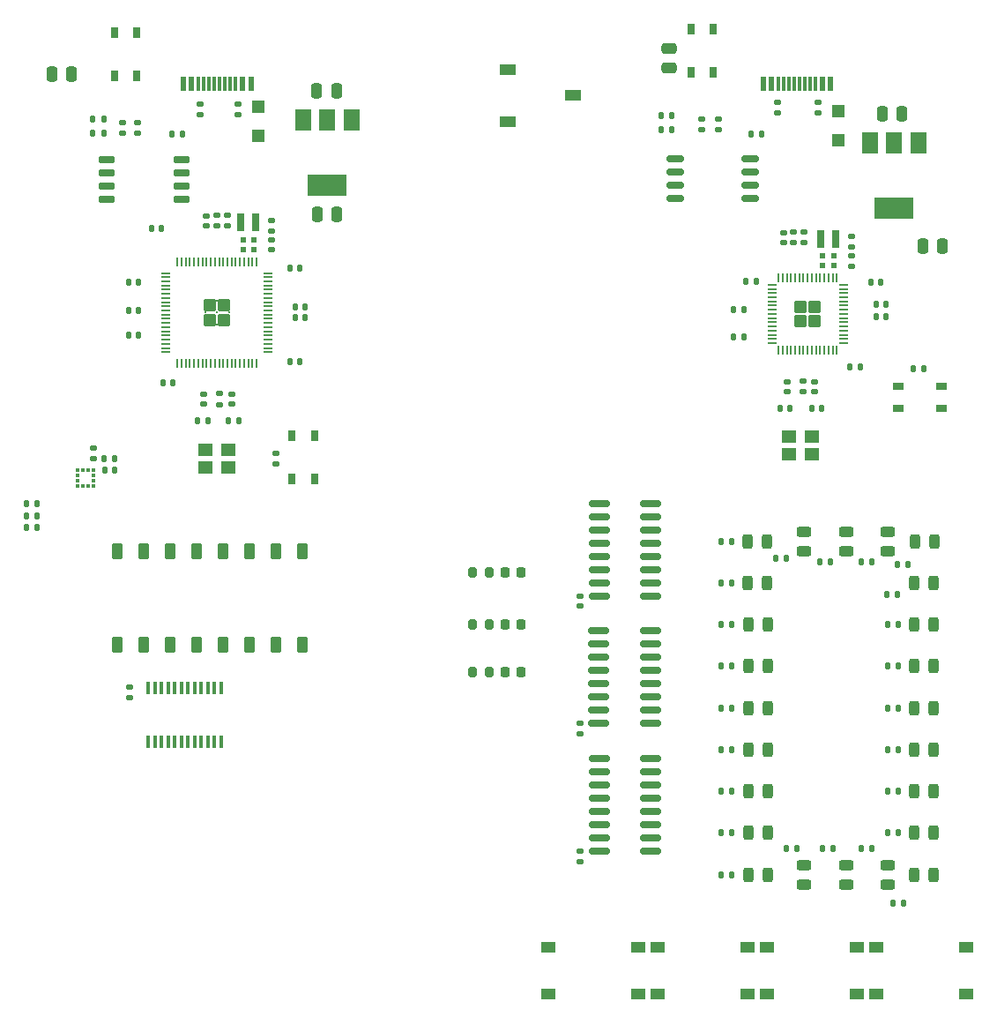
<source format=gbr>
G04 #@! TF.GenerationSoftware,KiCad,Pcbnew,9.0.0*
G04 #@! TF.CreationDate,2025-05-15T13:31:30+02:00*
G04 #@! TF.ProjectId,RP2350_80QFN_minimal,52503233-3530-45f3-9830-51464e5f6d69,rev?*
G04 #@! TF.SameCoordinates,Original*
G04 #@! TF.FileFunction,Paste,Top*
G04 #@! TF.FilePolarity,Positive*
%FSLAX46Y46*%
G04 Gerber Fmt 4.6, Leading zero omitted, Abs format (unit mm)*
G04 Created by KiCad (PCBNEW 9.0.0) date 2025-05-15 13:31:30*
%MOMM*%
%LPD*%
G01*
G04 APERTURE LIST*
G04 Aperture macros list*
%AMRoundRect*
0 Rectangle with rounded corners*
0 $1 Rounding radius*
0 $2 $3 $4 $5 $6 $7 $8 $9 X,Y pos of 4 corners*
0 Add a 4 corners polygon primitive as box body*
4,1,4,$2,$3,$4,$5,$6,$7,$8,$9,$2,$3,0*
0 Add four circle primitives for the rounded corners*
1,1,$1+$1,$2,$3*
1,1,$1+$1,$4,$5*
1,1,$1+$1,$6,$7*
1,1,$1+$1,$8,$9*
0 Add four rect primitives between the rounded corners*
20,1,$1+$1,$2,$3,$4,$5,0*
20,1,$1+$1,$4,$5,$6,$7,0*
20,1,$1+$1,$6,$7,$8,$9,0*
20,1,$1+$1,$8,$9,$2,$3,0*%
%AMFreePoly0*
4,1,18,-0.437500,0.050000,-0.433694,0.069134,-0.422855,0.085355,-0.406634,0.096194,-0.387500,0.100000,0.387500,0.100000,0.437500,0.050000,0.437500,-0.050000,0.433694,-0.069134,0.422855,-0.085355,0.406634,-0.096194,0.387500,-0.100000,-0.387500,-0.100000,-0.406634,-0.096194,-0.422855,-0.085355,-0.433694,-0.069134,-0.437500,-0.050000,-0.437500,0.050000,-0.437500,0.050000,$1*%
%AMFreePoly1*
4,1,18,-0.437500,0.050000,-0.433694,0.069134,-0.422855,0.085355,-0.406634,0.096194,-0.387500,0.100000,0.387500,0.100000,0.406634,0.096194,0.422855,0.085355,0.433694,0.069134,0.437500,0.050000,0.437500,-0.050000,0.387500,-0.100000,-0.387500,-0.100000,-0.406634,-0.096194,-0.422855,-0.085355,-0.433694,-0.069134,-0.437500,-0.050000,-0.437500,0.050000,-0.437500,0.050000,$1*%
%AMFreePoly2*
4,1,18,-0.100000,0.387500,-0.050000,0.437500,0.050000,0.437500,0.069134,0.433694,0.085355,0.422855,0.096194,0.406634,0.100000,0.387500,0.100000,-0.387500,0.096194,-0.406634,0.085355,-0.422855,0.069134,-0.433694,0.050000,-0.437500,-0.050000,-0.437500,-0.069134,-0.433694,-0.085355,-0.422855,-0.096194,-0.406634,-0.100000,-0.387500,-0.100000,0.387500,-0.100000,0.387500,$1*%
%AMFreePoly3*
4,1,18,-0.100000,0.387500,-0.096194,0.406634,-0.085355,0.422855,-0.069134,0.433694,-0.050000,0.437500,0.050000,0.437500,0.100000,0.387500,0.100000,-0.387500,0.096194,-0.406634,0.085355,-0.422855,0.069134,-0.433694,0.050000,-0.437500,-0.050000,-0.437500,-0.069134,-0.433694,-0.085355,-0.422855,-0.096194,-0.406634,-0.100000,-0.387500,-0.100000,0.387500,-0.100000,0.387500,$1*%
%AMFreePoly4*
4,1,18,-0.437500,0.050000,-0.433694,0.069134,-0.422855,0.085355,-0.406634,0.096194,-0.387500,0.100000,0.387500,0.100000,0.406634,0.096194,0.422855,0.085355,0.433694,0.069134,0.437500,0.050000,0.437500,-0.050000,0.433694,-0.069134,0.422855,-0.085355,0.406634,-0.096194,0.387500,-0.100000,-0.387500,-0.100000,-0.437500,-0.050000,-0.437500,0.050000,-0.437500,0.050000,$1*%
%AMFreePoly5*
4,1,18,-0.437500,0.050000,-0.387500,0.100000,0.387500,0.100000,0.406634,0.096194,0.422855,0.085355,0.433694,0.069134,0.437500,0.050000,0.437500,-0.050000,0.433694,-0.069134,0.422855,-0.085355,0.406634,-0.096194,0.387500,-0.100000,-0.387500,-0.100000,-0.406634,-0.096194,-0.422855,-0.085355,-0.433694,-0.069134,-0.437500,-0.050000,-0.437500,0.050000,-0.437500,0.050000,$1*%
%AMFreePoly6*
4,1,18,-0.100000,0.387500,-0.096194,0.406634,-0.085355,0.422855,-0.069134,0.433694,-0.050000,0.437500,0.050000,0.437500,0.069134,0.433694,0.085355,0.422855,0.096194,0.406634,0.100000,0.387500,0.100000,-0.387500,0.050000,-0.437500,-0.050000,-0.437500,-0.069134,-0.433694,-0.085355,-0.422855,-0.096194,-0.406634,-0.100000,-0.387500,-0.100000,0.387500,-0.100000,0.387500,$1*%
%AMFreePoly7*
4,1,18,-0.100000,0.387500,-0.096194,0.406634,-0.085355,0.422855,-0.069134,0.433694,-0.050000,0.437500,0.050000,0.437500,0.069134,0.433694,0.085355,0.422855,0.096194,0.406634,0.100000,0.387500,0.100000,-0.387500,0.096194,-0.406634,0.085355,-0.422855,0.069134,-0.433694,0.050000,-0.437500,-0.050000,-0.437500,-0.100000,-0.387500,-0.100000,0.387500,-0.100000,0.387500,$1*%
G04 Aperture macros list end*
%ADD10RoundRect,0.140000X-0.170000X0.140000X-0.170000X-0.140000X0.170000X-0.140000X0.170000X0.140000X0*%
%ADD11RoundRect,0.250000X-0.250000X-0.475000X0.250000X-0.475000X0.250000X0.475000X-0.250000X0.475000X0*%
%ADD12RoundRect,0.140000X0.140000X0.170000X-0.140000X0.170000X-0.140000X-0.170000X0.140000X-0.170000X0*%
%ADD13RoundRect,0.135000X-0.185000X0.135000X-0.185000X-0.135000X0.185000X-0.135000X0.185000X0.135000X0*%
%ADD14R,1.500000X2.000000*%
%ADD15R,3.800000X2.000000*%
%ADD16RoundRect,0.150000X-0.650000X-0.150000X0.650000X-0.150000X0.650000X0.150000X-0.650000X0.150000X0*%
%ADD17RoundRect,0.140000X-0.140000X-0.170000X0.140000X-0.170000X0.140000X0.170000X-0.140000X0.170000X0*%
%ADD18RoundRect,0.140000X0.170000X-0.140000X0.170000X0.140000X-0.170000X0.140000X-0.170000X-0.140000X0*%
%ADD19R,1.400000X1.200000*%
%ADD20RoundRect,0.243750X0.243750X0.456250X-0.243750X0.456250X-0.243750X-0.456250X0.243750X-0.456250X0*%
%ADD21RoundRect,0.135000X0.185000X-0.135000X0.185000X0.135000X-0.185000X0.135000X-0.185000X-0.135000X0*%
%ADD22RoundRect,0.150000X0.825000X0.150000X-0.825000X0.150000X-0.825000X-0.150000X0.825000X-0.150000X0*%
%ADD23RoundRect,0.243750X0.456250X-0.243750X0.456250X0.243750X-0.456250X0.243750X-0.456250X-0.243750X0*%
%ADD24RoundRect,0.250000X0.300000X-0.500000X0.300000X0.500000X-0.300000X0.500000X-0.300000X-0.500000X0*%
%ADD25RoundRect,0.200000X0.200000X0.275000X-0.200000X0.275000X-0.200000X-0.275000X0.200000X-0.275000X0*%
%ADD26R,1.400000X1.000000*%
%ADD27RoundRect,0.135000X0.135000X0.185000X-0.135000X0.185000X-0.135000X-0.185000X0.135000X-0.185000X0*%
%ADD28R,0.470000X0.530000*%
%ADD29R,0.650000X1.050000*%
%ADD30RoundRect,0.135000X-0.135000X-0.185000X0.135000X-0.185000X0.135000X0.185000X-0.135000X0.185000X0*%
%ADD31R,0.700000X1.700000*%
%ADD32RoundRect,0.243750X-0.456250X0.243750X-0.456250X-0.243750X0.456250X-0.243750X0.456250X0.243750X0*%
%ADD33RoundRect,0.218750X0.218750X0.256250X-0.218750X0.256250X-0.218750X-0.256250X0.218750X-0.256250X0*%
%ADD34R,1.050000X0.650000*%
%ADD35RoundRect,0.250000X-0.350000X-0.350000X0.350000X-0.350000X0.350000X0.350000X-0.350000X0.350000X0*%
%ADD36FreePoly0,0.000000*%
%ADD37RoundRect,0.050000X-0.387500X-0.050000X0.387500X-0.050000X0.387500X0.050000X-0.387500X0.050000X0*%
%ADD38FreePoly1,0.000000*%
%ADD39FreePoly2,0.000000*%
%ADD40RoundRect,0.050000X-0.050000X-0.387500X0.050000X-0.387500X0.050000X0.387500X-0.050000X0.387500X0*%
%ADD41FreePoly3,0.000000*%
%ADD42FreePoly4,0.000000*%
%ADD43FreePoly5,0.000000*%
%ADD44FreePoly6,0.000000*%
%ADD45FreePoly7,0.000000*%
%ADD46R,1.200000X1.200000*%
%ADD47R,0.600000X1.450000*%
%ADD48R,0.300000X1.450000*%
%ADD49R,1.500000X1.000000*%
%ADD50R,0.400000X0.350000*%
%ADD51R,0.350000X0.400000*%
%ADD52R,0.400000X1.200000*%
%ADD53RoundRect,0.055000X0.335000X-0.055000X0.335000X0.055000X-0.335000X0.055000X-0.335000X-0.055000X0*%
%ADD54RoundRect,0.055000X-0.055000X-0.335000X0.055000X-0.335000X0.055000X0.335000X-0.055000X0.335000X0*%
%ADD55R,0.133333X0.133333*%
%ADD56RoundRect,0.162500X-0.650000X-0.162500X0.650000X-0.162500X0.650000X0.162500X-0.650000X0.162500X0*%
%ADD57RoundRect,0.250000X-0.475000X0.250000X-0.475000X-0.250000X0.475000X-0.250000X0.475000X0.250000X0*%
G04 APERTURE END LIST*
D10*
X79450000Y-111040000D03*
X79450000Y-112000000D03*
D11*
X97450000Y-65650000D03*
X99350000Y-65650000D03*
D12*
X80330000Y-77250000D03*
X79370000Y-77250000D03*
X84515000Y-57880000D03*
X83555000Y-57880000D03*
D13*
X80250000Y-56840000D03*
X80250000Y-57860000D03*
D14*
X100750000Y-56550000D03*
X98450000Y-56550000D03*
D15*
X98450000Y-62850000D03*
D14*
X96150000Y-56550000D03*
D16*
X77250000Y-60345000D03*
X77250000Y-61615000D03*
X77250000Y-62885000D03*
X77250000Y-64155000D03*
X84450000Y-64155000D03*
X84450000Y-62885000D03*
X84450000Y-61615000D03*
X84450000Y-60345000D03*
D17*
X88965000Y-85470000D03*
X89925000Y-85470000D03*
D18*
X86850000Y-66730000D03*
X86850000Y-65770000D03*
D17*
X95375000Y-75550000D03*
X96335000Y-75550000D03*
X94870000Y-79750000D03*
X95830000Y-79750000D03*
D13*
X87850000Y-65740000D03*
X87850000Y-66760000D03*
D11*
X97437500Y-53800000D03*
X99337500Y-53800000D03*
D12*
X80330000Y-72150000D03*
X79370000Y-72150000D03*
X86955000Y-85470000D03*
X85995000Y-85470000D03*
D13*
X88850000Y-65740000D03*
X88850000Y-66760000D03*
D17*
X94870000Y-70750000D03*
X95830000Y-70750000D03*
D13*
X88050000Y-82845000D03*
X88050000Y-83865000D03*
D19*
X86750000Y-89900000D03*
X88950000Y-89900000D03*
X88950000Y-88200000D03*
X86750000Y-88200000D03*
D11*
X72000000Y-52150000D03*
X73900000Y-52150000D03*
D20*
X140750000Y-105000000D03*
X138875000Y-105000000D03*
D21*
X141650000Y-55870000D03*
X141650000Y-54850000D03*
D13*
X93050000Y-66190000D03*
X93050000Y-67210000D03*
D22*
X129500000Y-102270000D03*
X129500000Y-101000000D03*
X129500000Y-99730000D03*
X129500000Y-98460000D03*
X129500000Y-97190000D03*
X129500000Y-95920000D03*
X129500000Y-94650000D03*
X129500000Y-93380000D03*
X124550000Y-93380000D03*
X124550000Y-94650000D03*
X124550000Y-95920000D03*
X124550000Y-97190000D03*
X124550000Y-98460000D03*
X124550000Y-99730000D03*
X124550000Y-101000000D03*
X124550000Y-102270000D03*
D10*
X122750000Y-114500000D03*
X122750000Y-115460000D03*
D12*
X138430000Y-74750000D03*
X137470000Y-74750000D03*
D18*
X75950000Y-89045000D03*
X75950000Y-88085000D03*
D23*
X152250000Y-130000000D03*
X152250000Y-128125000D03*
D10*
X122750000Y-102290000D03*
X122750000Y-103250000D03*
X145250000Y-81680000D03*
X145250000Y-82640000D03*
D13*
X134430000Y-56440000D03*
X134430000Y-57460000D03*
X93525000Y-88540000D03*
X93525000Y-89560000D03*
D17*
X144970000Y-84250000D03*
X145930000Y-84250000D03*
D24*
X78300000Y-106900000D03*
X80840000Y-106900000D03*
X83380000Y-106900000D03*
X85920000Y-106900000D03*
X88460000Y-106900000D03*
X91000000Y-106900000D03*
X93540000Y-106900000D03*
X96080000Y-106900000D03*
X96080000Y-98000000D03*
X93540000Y-98000000D03*
X91000000Y-98000000D03*
X88460000Y-98000000D03*
X85920000Y-98000000D03*
X83380000Y-98000000D03*
X80840000Y-98000000D03*
X78300000Y-98000000D03*
D25*
X114025000Y-100025000D03*
X112375000Y-100025000D03*
D13*
X144150000Y-81650000D03*
X144150000Y-82670000D03*
D25*
X114025000Y-105025000D03*
X112375000Y-105025000D03*
D26*
X140700000Y-136000000D03*
X149300000Y-136000000D03*
X140700000Y-140500000D03*
X149300000Y-140500000D03*
D21*
X145550000Y-55860000D03*
X145550000Y-54840000D03*
D27*
X153270000Y-117000000D03*
X152250000Y-117000000D03*
D20*
X140750000Y-125000000D03*
X138875000Y-125000000D03*
X140687500Y-101000000D03*
X138812500Y-101000000D03*
D27*
X153270000Y-113000000D03*
X152250000Y-113000000D03*
D20*
X140750000Y-113000000D03*
X138875000Y-113000000D03*
D26*
X151200000Y-136000000D03*
X159800000Y-136000000D03*
X151200000Y-140500000D03*
X159800000Y-140500000D03*
D20*
X140750000Y-117000000D03*
X138875000Y-117000000D03*
D27*
X147010000Y-126500000D03*
X145990000Y-126500000D03*
D22*
X129500000Y-126770000D03*
X129500000Y-125500000D03*
X129500000Y-124230000D03*
X129500000Y-122960000D03*
X129500000Y-121690000D03*
X129500000Y-120420000D03*
X129500000Y-119150000D03*
X129500000Y-117880000D03*
X124550000Y-117880000D03*
X124550000Y-119150000D03*
X124550000Y-120420000D03*
X124550000Y-121690000D03*
X124550000Y-122960000D03*
X124550000Y-124230000D03*
X124550000Y-125500000D03*
X124550000Y-126770000D03*
D10*
X93050000Y-68070000D03*
X93050000Y-69030000D03*
D28*
X90335000Y-68050000D03*
X91365000Y-68050000D03*
D27*
X137260000Y-97000000D03*
X136240000Y-97000000D03*
D12*
X138430000Y-77350000D03*
X137470000Y-77350000D03*
D27*
X137322500Y-125000000D03*
X136302500Y-125000000D03*
X137322500Y-113000000D03*
X136302500Y-113000000D03*
D20*
X156687500Y-113000000D03*
X154812500Y-113000000D03*
D27*
X137260000Y-101000000D03*
X136240000Y-101000000D03*
D12*
X82530000Y-66950000D03*
X81570000Y-66950000D03*
D27*
X155747500Y-80400000D03*
X154727500Y-80400000D03*
D20*
X156687500Y-117000000D03*
X154812500Y-117000000D03*
D12*
X140130000Y-57950000D03*
X139170000Y-57950000D03*
D29*
X80125000Y-48175000D03*
X80125000Y-52325000D03*
X77975000Y-48175000D03*
X77975000Y-52300000D03*
D20*
X156687500Y-109000000D03*
X154812500Y-109000000D03*
D21*
X89850000Y-56060000D03*
X89850000Y-55040000D03*
D17*
X151170000Y-74250000D03*
X152130000Y-74250000D03*
D11*
X151750000Y-56000000D03*
X153650000Y-56000000D03*
D22*
X129475000Y-114445000D03*
X129475000Y-113175000D03*
X129475000Y-111905000D03*
X129475000Y-110635000D03*
X129475000Y-109365000D03*
X129475000Y-108095000D03*
X129475000Y-106825000D03*
X129475000Y-105555000D03*
X124525000Y-105555000D03*
X124525000Y-106825000D03*
X124525000Y-108095000D03*
X124525000Y-109365000D03*
X124525000Y-110635000D03*
X124525000Y-111905000D03*
X124525000Y-113175000D03*
X124525000Y-114445000D03*
D17*
X77020000Y-89065000D03*
X77980000Y-89065000D03*
D30*
X69580000Y-94550000D03*
X70600000Y-94550000D03*
D13*
X78750000Y-56840000D03*
X78750000Y-57860000D03*
D31*
X145850000Y-67950000D03*
X147250000Y-67950000D03*
D28*
X90335000Y-69000000D03*
X91365000Y-69000000D03*
D18*
X142250000Y-68330000D03*
X142250000Y-67370000D03*
D23*
X148250000Y-130000000D03*
X148250000Y-128125000D03*
D32*
X148250000Y-96062500D03*
X148250000Y-97937500D03*
D17*
X150670000Y-72150000D03*
X151630000Y-72150000D03*
D27*
X137322500Y-109000000D03*
X136302500Y-109000000D03*
D20*
X156687500Y-125000000D03*
X154812500Y-125000000D03*
D30*
X75940000Y-57850000D03*
X76960000Y-57850000D03*
D12*
X139630000Y-72050000D03*
X138670000Y-72050000D03*
X70530000Y-95700000D03*
X69570000Y-95700000D03*
D33*
X117075000Y-109525000D03*
X115500000Y-109525000D03*
D27*
X153210000Y-102075000D03*
X152190000Y-102075000D03*
D20*
X140687500Y-97000000D03*
X138812500Y-97000000D03*
D34*
X153287500Y-82100000D03*
X157437500Y-82100000D03*
X153287500Y-84250000D03*
X157412500Y-84250000D03*
D27*
X153270000Y-121000000D03*
X152250000Y-121000000D03*
D17*
X77050000Y-90165000D03*
X78010000Y-90165000D03*
D35*
X143882230Y-74479000D03*
X143882230Y-75879000D03*
X145282230Y-74479000D03*
X145282230Y-75879000D03*
D36*
X141144730Y-72379000D03*
D37*
X141144730Y-72779000D03*
X141144730Y-73179000D03*
X141144730Y-73579000D03*
X141144730Y-73979000D03*
X141144730Y-74379000D03*
X141144730Y-74779000D03*
X141144730Y-75179000D03*
X141144730Y-75579000D03*
X141144730Y-75979000D03*
X141144730Y-76379000D03*
X141144730Y-76779000D03*
X141144730Y-77179000D03*
X141144730Y-77579000D03*
D38*
X141144730Y-77979000D03*
D39*
X141782230Y-78616500D03*
D40*
X142182230Y-78616500D03*
X142582230Y-78616500D03*
X142982230Y-78616500D03*
X143382230Y-78616500D03*
X143782230Y-78616500D03*
X144182230Y-78616500D03*
X144582230Y-78616500D03*
X144982230Y-78616500D03*
X145382230Y-78616500D03*
X145782230Y-78616500D03*
X146182230Y-78616500D03*
X146582230Y-78616500D03*
X146982230Y-78616500D03*
D41*
X147382230Y-78616500D03*
D42*
X148019730Y-77979000D03*
D37*
X148019730Y-77579000D03*
X148019730Y-77179000D03*
X148019730Y-76779000D03*
X148019730Y-76379000D03*
X148019730Y-75979000D03*
X148019730Y-75579000D03*
X148019730Y-75179000D03*
X148019730Y-74779000D03*
X148019730Y-74379000D03*
X148019730Y-73979000D03*
X148019730Y-73579000D03*
X148019730Y-73179000D03*
X148019730Y-72779000D03*
D43*
X148019730Y-72379000D03*
D44*
X147382230Y-71741500D03*
D40*
X146982230Y-71741500D03*
X146582230Y-71741500D03*
X146182230Y-71741500D03*
X145782230Y-71741500D03*
X145382230Y-71741500D03*
X144982230Y-71741500D03*
X144582230Y-71741500D03*
X144182230Y-71741500D03*
X143782230Y-71741500D03*
X143382230Y-71741500D03*
X142982230Y-71741500D03*
X142582230Y-71741500D03*
X142182230Y-71741500D03*
D45*
X141782230Y-71741500D03*
D46*
X147500000Y-58500000D03*
X147500000Y-55700000D03*
D30*
X75940000Y-56450000D03*
X76960000Y-56450000D03*
D26*
X119700000Y-136000000D03*
X128300000Y-136000000D03*
X119700000Y-140500000D03*
X128300000Y-140500000D03*
D30*
X130530000Y-56150000D03*
X131550000Y-56150000D03*
D13*
X136030000Y-56440000D03*
X136030000Y-57460000D03*
D27*
X146760000Y-99000000D03*
X145740000Y-99000000D03*
D10*
X89250000Y-82870000D03*
X89250000Y-83830000D03*
D19*
X142750000Y-88650000D03*
X144950000Y-88650000D03*
X144950000Y-86950000D03*
X142750000Y-86950000D03*
D27*
X143510000Y-126500000D03*
X142490000Y-126500000D03*
D47*
X146800000Y-53095000D03*
X146000000Y-53095000D03*
D48*
X144800000Y-53095000D03*
X143800000Y-53095000D03*
X143300000Y-53095000D03*
X142300000Y-53095000D03*
D47*
X141100000Y-53095000D03*
X140300000Y-53095000D03*
X140300000Y-53095000D03*
X141100000Y-53095000D03*
D48*
X141800000Y-53095000D03*
X142800000Y-53095000D03*
X144300000Y-53095000D03*
X145300000Y-53095000D03*
D47*
X146000000Y-53095000D03*
X146800000Y-53095000D03*
D27*
X150760000Y-99000000D03*
X149740000Y-99000000D03*
D49*
X115750000Y-51700000D03*
X122050000Y-54200000D03*
X115750000Y-56700000D03*
D30*
X130530000Y-57450000D03*
X131550000Y-57450000D03*
D20*
X156687500Y-121000000D03*
X154812500Y-121000000D03*
D50*
X74440000Y-90165000D03*
X74440000Y-90665000D03*
X74440000Y-91165000D03*
X74440000Y-91665000D03*
D51*
X74950000Y-91675000D03*
X75450000Y-91675000D03*
D50*
X75960000Y-91665000D03*
X75960000Y-91165000D03*
X75960000Y-90665000D03*
X75960000Y-90165000D03*
D51*
X75450000Y-90155000D03*
X74950000Y-90155000D03*
D20*
X140750000Y-121000000D03*
X138875000Y-121000000D03*
D27*
X142560000Y-98625000D03*
X141540000Y-98625000D03*
X150760000Y-126500000D03*
X149740000Y-126500000D03*
D13*
X148800000Y-67705000D03*
X148800000Y-68725000D03*
D23*
X144250000Y-130000000D03*
X144250000Y-128125000D03*
D13*
X144250000Y-67340000D03*
X144250000Y-68360000D03*
D47*
X91100000Y-53095000D03*
X90300000Y-53095000D03*
D48*
X89100000Y-53095000D03*
X88100000Y-53095000D03*
X87600000Y-53095000D03*
X86600000Y-53095000D03*
D47*
X85400000Y-53095000D03*
X84600000Y-53095000D03*
X84600000Y-53095000D03*
X85400000Y-53095000D03*
D48*
X86100000Y-53095000D03*
X87100000Y-53095000D03*
X88600000Y-53095000D03*
X89600000Y-53095000D03*
D47*
X90300000Y-53095000D03*
X91100000Y-53095000D03*
D52*
X81250000Y-116250000D03*
X81885000Y-116250000D03*
X82520000Y-116250000D03*
X83155000Y-116250000D03*
X83790000Y-116250000D03*
X84425000Y-116250000D03*
X85060000Y-116250000D03*
X85695000Y-116250000D03*
X86330000Y-116250000D03*
X86965000Y-116250000D03*
X87600000Y-116250000D03*
X88235000Y-116250000D03*
X88235000Y-111050000D03*
X87600000Y-111050000D03*
X86965000Y-111050000D03*
X86330000Y-111050000D03*
X85695000Y-111050000D03*
X85060000Y-111050000D03*
X84425000Y-111050000D03*
X83790000Y-111050000D03*
X83155000Y-111050000D03*
X82520000Y-111050000D03*
X81885000Y-111050000D03*
X81250000Y-111050000D03*
D17*
X151170000Y-75450000D03*
X152130000Y-75450000D03*
D33*
X117075000Y-105025000D03*
X115500000Y-105025000D03*
D35*
X87150000Y-74350000D03*
X87150000Y-75750000D03*
X88550000Y-74350000D03*
X88550000Y-75750000D03*
D53*
X82953500Y-71250000D03*
X82953500Y-71650000D03*
X82953500Y-72050000D03*
X82953500Y-72450000D03*
X82953500Y-72850000D03*
X82953500Y-73250000D03*
X82953500Y-73650000D03*
X82953500Y-74050000D03*
X82953500Y-74450000D03*
X82953500Y-74850000D03*
X82953500Y-75250000D03*
X82953500Y-75650000D03*
X82953500Y-76050000D03*
X82953500Y-76450000D03*
X82953500Y-76850000D03*
X82953500Y-77250000D03*
X82953500Y-77650000D03*
X82953500Y-78050000D03*
X82953500Y-78450000D03*
X82953500Y-78850000D03*
D54*
X84050000Y-79946500D03*
X84450000Y-79946500D03*
X84850000Y-79946500D03*
X85250000Y-79946500D03*
X85650000Y-79946500D03*
X86050000Y-79946500D03*
X86450000Y-79946500D03*
X86850000Y-79946500D03*
X87250000Y-79946500D03*
X87650000Y-79946500D03*
X88050000Y-79946500D03*
X88450000Y-79946500D03*
X88850000Y-79946500D03*
X89250000Y-79946500D03*
X89650000Y-79946500D03*
X90050000Y-79946500D03*
X90450000Y-79946500D03*
X90850000Y-79946500D03*
X91250000Y-79946500D03*
X91650000Y-79946500D03*
D53*
X92746500Y-78850000D03*
X92746500Y-78450000D03*
X92746500Y-78050000D03*
X92746500Y-77650000D03*
X92746500Y-77250000D03*
X92746500Y-76850000D03*
X92746500Y-76450000D03*
X92746500Y-76050000D03*
X92746500Y-75650000D03*
X92746500Y-75250000D03*
X92746500Y-74850000D03*
X92746500Y-74450000D03*
X92746500Y-74050000D03*
X92746500Y-73650000D03*
X92746500Y-73250000D03*
X92746500Y-72850000D03*
X92746500Y-72450000D03*
X92746500Y-72050000D03*
X92746500Y-71650000D03*
X92746500Y-71250000D03*
D54*
X91650000Y-70153500D03*
X91250000Y-70153500D03*
X90850000Y-70153500D03*
X90450000Y-70153500D03*
X90050000Y-70153500D03*
X89650000Y-70153500D03*
X89250000Y-70153500D03*
X88850000Y-70153500D03*
X88450000Y-70153500D03*
X88050000Y-70153500D03*
X87650000Y-70153500D03*
X87250000Y-70153500D03*
X86850000Y-70153500D03*
X86450000Y-70153500D03*
X86050000Y-70153500D03*
X85650000Y-70153500D03*
X85250000Y-70153500D03*
X84850000Y-70153500D03*
X84450000Y-70153500D03*
X84050000Y-70153500D03*
D55*
X86716667Y-73916667D03*
X86716667Y-75050000D03*
X86716667Y-76183333D03*
X87850000Y-73916667D03*
X87850000Y-75050000D03*
X87850000Y-76183333D03*
X88983333Y-73916667D03*
X88983333Y-75050000D03*
X88983333Y-76183333D03*
D20*
X156687500Y-101000000D03*
X154812500Y-101000000D03*
D27*
X137322500Y-117000000D03*
X136302500Y-117000000D03*
D31*
X90150000Y-66400000D03*
X91550000Y-66400000D03*
D11*
X155650000Y-68700000D03*
X157550000Y-68700000D03*
D12*
X80330000Y-74850000D03*
X79370000Y-74850000D03*
D27*
X153260000Y-109000000D03*
X152240000Y-109000000D03*
D33*
X117075000Y-100025000D03*
X115500000Y-100025000D03*
D10*
X148800000Y-69620000D03*
X148800000Y-70580000D03*
D20*
X156750000Y-97000000D03*
X154875000Y-97000000D03*
D10*
X122750000Y-126770000D03*
X122750000Y-127730000D03*
D12*
X142910000Y-84250000D03*
X141950000Y-84250000D03*
D28*
X146035000Y-70550000D03*
X147065000Y-70550000D03*
D20*
X140750000Y-129000000D03*
X138875000Y-129000000D03*
D12*
X83630000Y-81750000D03*
X82670000Y-81750000D03*
D25*
X114025000Y-109525000D03*
X112375000Y-109525000D03*
D27*
X153260000Y-105000000D03*
X152240000Y-105000000D03*
D20*
X156687500Y-129000000D03*
X154812500Y-129000000D03*
D27*
X153760000Y-131750000D03*
X152740000Y-131750000D03*
D32*
X144250000Y-96062500D03*
X144250000Y-97937500D03*
D28*
X146035000Y-69600000D03*
X147065000Y-69600000D03*
D26*
X130200000Y-136000000D03*
X138800000Y-136000000D03*
X130200000Y-140500000D03*
X138800000Y-140500000D03*
D29*
X95075000Y-91025000D03*
X95075000Y-86875000D03*
X97225000Y-91025000D03*
X97225000Y-86900000D03*
D56*
X131862500Y-60245000D03*
X131862500Y-61515000D03*
X131862500Y-62785000D03*
X131862500Y-64055000D03*
X139037500Y-64055000D03*
X139037500Y-62785000D03*
X139037500Y-61515000D03*
X139037500Y-60245000D03*
D27*
X137322500Y-105000000D03*
X136302500Y-105000000D03*
X137322500Y-121000000D03*
X136302500Y-121000000D03*
D30*
X69580000Y-93400000D03*
X70600000Y-93400000D03*
D17*
X95370000Y-74550000D03*
X96330000Y-74550000D03*
D46*
X91800000Y-58100000D03*
X91800000Y-55300000D03*
D32*
X152250000Y-96062500D03*
X152250000Y-97937500D03*
D13*
X143250000Y-67340000D03*
X143250000Y-68360000D03*
D20*
X156687500Y-105000000D03*
X154812500Y-105000000D03*
D27*
X154235000Y-99225000D03*
X153215000Y-99225000D03*
D20*
X140750000Y-109000000D03*
X138875000Y-109000000D03*
D14*
X155200000Y-58750000D03*
X152900000Y-58750000D03*
D15*
X152900000Y-65050000D03*
D14*
X150600000Y-58750000D03*
D21*
X86250000Y-56050000D03*
X86250000Y-55030000D03*
D10*
X142650000Y-81680000D03*
X142650000Y-82640000D03*
D17*
X148670000Y-80250000D03*
X149630000Y-80250000D03*
D29*
X135525000Y-47875000D03*
X135525000Y-52025000D03*
X133375000Y-47875000D03*
X133375000Y-52000000D03*
D27*
X153270000Y-125000000D03*
X152250000Y-125000000D03*
D57*
X131250000Y-49700000D03*
X131250000Y-51600000D03*
D10*
X86550000Y-82870000D03*
X86550000Y-83830000D03*
D27*
X137322500Y-129000000D03*
X136302500Y-129000000D03*
M02*

</source>
